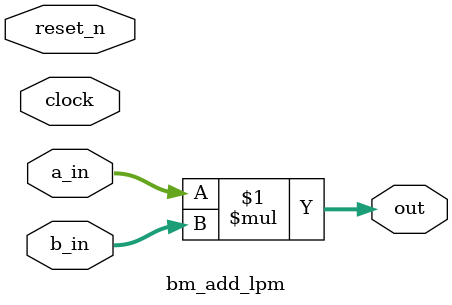
<source format=v>
`define BITS 2         // Bit width of the operands

module bm_add_lpm(clock, 
		reset_n, 
		a_in, 
		b_in, 
		out);

// SIGNAL DECLARATIONS
input	clock;
input 	reset_n;

input [`BITS-1:0] a_in;
input [`BITS-1:0] b_in;

output [`BITS-1:0] out;

wire [`BITS-1:0]    out;

// ASSIGN STATEMENTS
assign out = a_in * b_in;

endmodule

</source>
